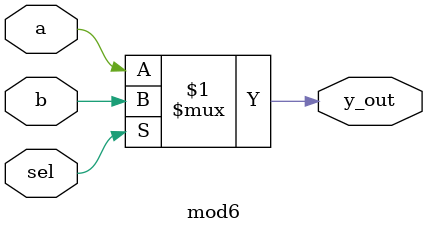
<source format=v>
module mod6(
  input a, b,
  input sel,
  output y_out
);
  assign y_out = sel ? b : a;
endmodule

</source>
